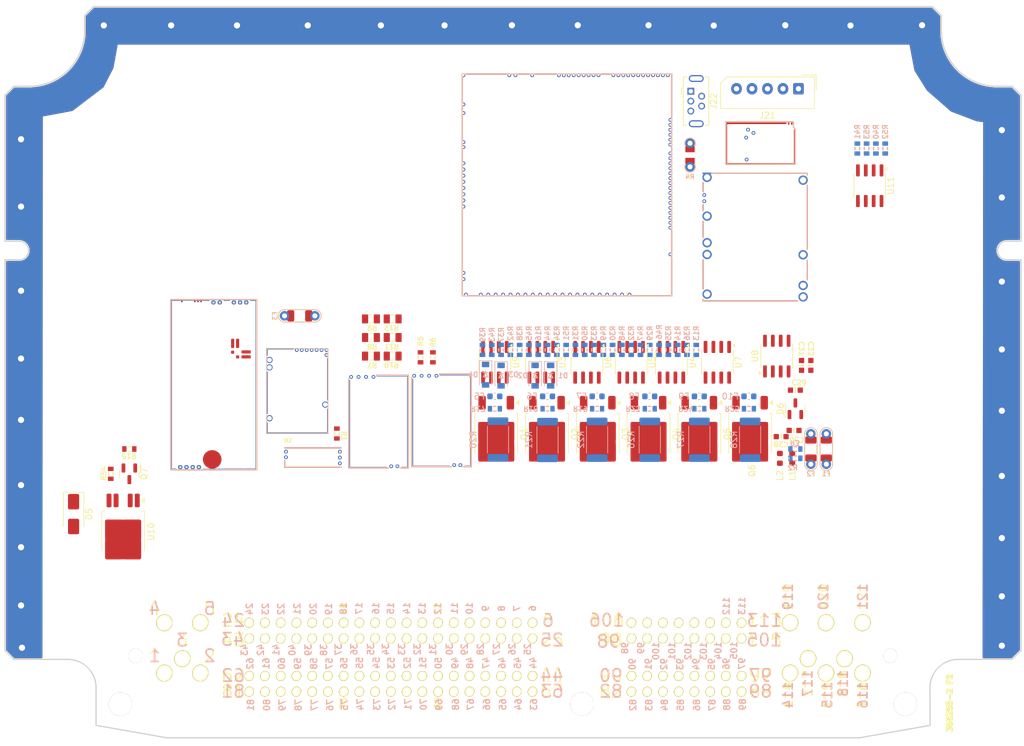
<source format=kicad_pcb>
(kicad_pcb (version 20240108) (generator "pcbnew") (generator_version "8.0")
  (title_block (title "Hellen121vag") (date "2022-10-14") (rev "d") (company "andreika @ rusEFI.com"))
  (layers (0 "F.Cu" signal) (1 "In1.Cu" signal "GND.Cu") (2 "In2.Cu" signal "Power.Cu") (31 "B.Cu" signal) (34 "B.Paste" user) (35 "F.Paste" user) (36 "B.SilkS" user "B.Silkscreen") (37 "F.SilkS" user "F.Silkscreen") (38 "B.Mask" user) (39 "F.Mask" user) (44 "Edge.Cuts" user))
  (net 0 "")
  (net 1 "+5V")
  (net 2 "/VBUS")
  (net 3 "/IN_VIGN")
  (net 4 "/IGN1")
  (net 5 "/IGN6")
  (net 6 "/IGN3")
  (net 7 "/IGN2")
  (net 8 "/VIGN")
  (net 9 "/VBAT")
  (net 10 "/IGN4")
  (net 11 "/IGN5")
  (net 12 "/INJ6")
  (net 13 "/INJ5")
  (net 14 "/INJ4")
  (net 15 "/INJ3")
  (net 16 "/INJ2")
  (net 17 "/INJ1")
  (net 18 "PIN114")
  (net 19 "+3.3VA")
  (net 20 "PIN14")
  (net 21 "PIN117")
  (net 22 "PIN15")
  (net 23 "PIN16")
  (net 24 "PIN88")
  (net 25 "PIN43")
  (net 26 "PIN108")
  (net 27 "PIN120")
  (net 28 "Net-(F3-Pad2)")
  (net 29 "Net-(F5-Pad1)")
  (net 30 "Net-(F6-Pad1)")
  (net 31 "Net-(F7-Pad1)")
  (net 32 "Net-(F8-Pad1)")
  (net 33 "+5VA")
  (net 34 "Net-(F9-Pad1)")
  (net 35 "/USB+")
  (net 36 "/USB-")
  (net 37 "PIN21")
  (net 38 "PIN22")
  (net 39 "/PWR_EN")
  (net 40 "PIN106")
  (net 42 "PIN116")
  (net 43 "Net-(M1-PG_5VP)")
  (net 44 "/VREF1")
  (net 45 "/IN_KNOCK")
  (net 46 "PIN81")
  (net 47 "/VR_DISCRETE")
  (net 48 "PIN18")
  (net 49 "PIN17")
  (net 50 "/VR_DISCRETE_A")
  (net 51 "/VR_DISCRETE_THR")
  (net 52 "/DC1_DIR")
  (net 53 "+3.3V")
  (net 54 "PIN2")
  (net 55 "PIN1")
  (net 56 "DC1_DIS_W1")
  (net 57 "/DC1_PWM")
  (net 58 "PIN105")
  (net 59 "PIN82")
  (net 60 "PIN103")
  (net 61 "PIN104")
  (net 62 "PIN119")
  (net 63 "PIN102")
  (net 64 "PIN83")
  (net 65 "/PG_5VP")
  (net 66 "/LS2")
  (net 67 "PIN35")
  (net 68 "PIN84")
  (net 69 "PIN41")
  (net 70 "/EGT/SPI_CS")
  (net 71 "/INTERNAL_MAP")
  (net 72 "PIN40")
  (net 73 "/SCK3")
  (net 74 "/LS_HOT2")
  (net 75 "PIN39")
  (net 76 "E7INJ8CANTX")
  (net 77 "PIN91")
  (net 78 "PIN89")
  (net 79 "PIN63")
  (net 80 "PIN85")
  (net 81 "/DC2_PWM")
  (net 82 "PIN6")
  (net 83 "/IN_AUX3")
  (net 84 "/DC2_DIR")
  (net 85 "/IN_VMAIN")
  (net 86 "PIN34")
  (net 87 "PIN7")
  (net 88 "/LS4")
  (net 89 "PIN42")
  (net 90 "PIN36")
  (net 91 "PIN65")
  (net 92 "E6INJ7CANRX")
  (net 93 "/LS1")
  (net 94 "PIN37")
  (net 95 "PIN113")
  (net 96 "/ADC3")
  (net 97 "/VR_MAX9924")
  (net 98 "/DC2_DIS")
  (net 99 "/LS_HOT1")
  (net 100 "/MISO3")
  (net 101 "/LS3")
  (net 102 "PIN38")
  (net 103 "PIN90")
  (net 104 "PIN13")
  (net 105 "Net-(Q2-G)")
  (net 106 "PIN12")
  (net 107 "Net-(Q3-G)")
  (net 108 "PIN10")
  (net 109 "Net-(Q4-G)")
  (net 110 "PIN9")
  (net 111 "Net-(Q5-G)")
  (net 112 "PIN11")
  (net 113 "Net-(Q6-G)")
  (net 114 "PIN8")
  (net 115 "PIN20")
  (net 116 "Net-(U3-IN1)")
  (net 117 "Net-(U3-IN2)")
  (net 118 "Net-(U4-IN1)")
  (net 119 "Net-(U4-IN2)")
  (net 120 "Net-(U7-IN1)")
  (net 121 "Net-(U7-IN2)")
  (net 122 "Net-(U5-IN1)")
  (net 123 "Net-(U5-IN2)")
  (net 124 "Net-(U6-IN1)")
  (net 125 "Net-(U6-IN2)")
  (net 126 "PIN86")
  (net 127 "PIN87")
  (net 130 "PIN51")
  (net 131 "PIN50")
  (net 134 "PIN47")
  (net 135 "PIN46")
  (net 139 "PIN48")
  (net 140 "PIN49")
  (net 143 "PIN45")
  (net 144 "PIN44")
  (net 148 "PIN19")
  (net 149 "PIN118")
  (net 150 "PIN4")
  (net 151 "PIN5")
  (net 152 "PIN121")
  (net 153 "PIN69")
  (net 154 "PIN30")
  (net 155 "PIN29")
  (net 156 "PIN110")
  (net 157 "PIN93")
  (net 158 "PIN27")
  (net 159 "PIN112")
  (net 160 "PIN100")
  (net 161 "PIN92")
  (net 162 "PIN111")
  (net 163 "PIN70")
  (net 164 "PIN96")
  (net 165 "PIN25")
  (net 166 "PIN109")
  (net 167 "PIN26")
  (net 168 "PIN67")
  (net 169 "PIN28")
  (net 170 "PIN33")
  (net 171 "PIN94")
  (net 172 "PIN32")
  (net 173 "PIN95")
  (net 174 "PIN97")
  (net 175 "PIN101")
  (net 176 "PIN31")
  (footprint "footprints:368255-2" (layer "F.Cu") (at 60.198 32.893)
    (property "Reference" "P1")
    (property "Value" "368255-2")
  )
  (footprint "hellen-one-common:R0805" (layer "F.Cu") (at 104.775005 45.774995 180)
    (property "Reference" "R8")
    (property "Value" "DNP" (hide yes))
  )
  (footprint "hellen-one-common:R0805" (layer "F.Cu") (at 104.775005 42.774995 180)
    (property "Reference" "R9")
    (property "Value" "DNP" (hide yes))
  )
  (footprint "Inductor_SMD:L_0603_1608Metric" (layer "F.Cu") (at 172.775005 65.274995 90)
    (property "Reference" "L1")
    (property "Value" "470R@100MHz")
  )
  (footprint "hellen-one-power_12and5V-0.3:power_12and5V" (layer "F.Cu") (at 175.275003 19.174992 180)
    (property "Reference" "M1" (hide yes))
    (property "Value" "Module-power_12and5V-0.3" (hide yes))
  )
  (footprint "hellen-one-mega-mcu100-0.3:mega-mcu100" (layer "F.Cu") (at 119.4 39.15)
    (property "Reference" "M6" (hide yes))
    (property "Value" "Module:mega-mcu100/0.3" (hide yes))
  )
  (footprint "Package_SO:SOIC-8_3.9x4.9mm_P1.27mm" (layer "F.Cu") (at 170.275005 48.774995 90)
    (property "Reference" "U8")
    (property "Value" "MAX31855KASA")
  )
  (footprint "hellen-one-common:R0805" (layer "F.Cu") (at 108.275005 42.774995 180)
    (property "Reference" "R12")
    (property "Value" "10k" (hide yes))
  )
  (footprint "Inductor_SMD:L_0603_1608Metric" (layer "F.Cu") (at 170.775005 65.274995 90)
    (property "Reference" "L2")
    (property "Value" "470R@100MHz")
  )
  (footprint "Package_SO:SOIC-8_3.9x4.9mm_P1.27mm" (layer "F.Cu") (at 160.680005 49.774995 -90)
    (property "Reference" "U7")
    (property "Value" "VNLD5160TR-E")
  )
  (footprint "Package_SO:SOIC-8_3.9x4.9mm_P1.27mm" (layer "F.Cu") (at 185.275005 21.274995 -90)
    (property "Reference" "U11")
    (property "Value" "VNLD5160TR-E")
  )
  (footprint "hellen-one-common:R0603" (layer "F.Cu") (at 114.775005 48.974995 90)
    (property "Reference" "R6")
    (property "Value" "0" (hide yes))
  )
  (footprint "Package_TO_SOT_SMD:TO-252-2" (layer "F.Cu") (at 157.775005 61.339995 -90)
    (property "Reference" "Q5")
    (property "Value" "ISL9V3040D3ST")
  )
  (footprint "hellen-one-common:PAD-1206-PAD" (layer "F.Cu") (at 93.275005 42.274995)
    (property "Reference" "F3")
    (property "Value" "12H1500D" (hide yes))
  )
  (footprint "hellen-one-common:R0603" (layer "F.Cu") (at 62.775005 67.774995 90)
    (property "Reference" "R54")
    (property "Value" "1k" (hide yes))
  )
  (footprint "hellen-one-common:C0603" (layer "F.Cu") (at 175.775005 50.274995 -90)
    (property "Reference" "C32")
    (property "Value" "1u" (hide yes))
  )
  (footprint "hellen-one-common:R0805" (layer "F.Cu") (at 104.775005 48.774995 180)
    (property "Reference" "R7")
    (property "Value" "DNP" (hide yes))
  )
  (footprint "Package_TO_SOT_SMD:TO-252-2" (layer "F.Cu") (at 133.190005 61.339995 -90)
    (property "Reference" "Q2")
    (property "Value" "ISL9V3040D3ST")
  )
  (footprint "Package_TO_SOT_SMD:TO-252-2" (layer "F.Cu") (at 141.385005 61.339995 -90)
    (property "Reference" "Q3")
    (property "Value" "ISL9V3040D3ST")
  )
  (footprint "Package_SO:SOIC-8_3.9x4.9mm_P1.27mm" (layer "F.Cu") (at 132.275005 49.774995 -90)
    (property "Reference" "U3")
    (property "Value" "VNLD5160TR-E")
  )
  (footprint "Package_SO:SOIC-8_3.9x4.9mm_P1.27mm" (layer "F.Cu") (at 124.775005 49.774995 -90)
    (property "Reference" "U9")
    (property "Value" "VNLD5160TR-E")
  )
  (footprint "Package_TO_SOT_SMD:TO-252-2" (layer "F.Cu") (at 165.970005 61.339995 -90)
    (property "Reference" "Q6")
    (property "Value" "ISL9V3040D3ST")
  )
  (footprint "hellen-one-wbo-0.5:wbo" (layer "F.Cu") (at 72.350005 39.549995 -90)
    (property "Reference" "M5" (hide yes))
    (property "Value" "Module-wbo-0.5" (hide yes))
  )
  (footprint "hellen-one-common:USB-MINI-B-VERTICAL" (layer "F.Cu") (at 157.275005 7.624995 -90)
    (property "Reference" "J22")
    (property "Value" "USB_B_Mini")
  )
  (footprint "hellen-one-common:PAD-1206-PAD" (layer "F.Cu") (at 178.275005 63.774995 90)
    (property "Reference" "F1")
    (property "Value" "12H1500D" (hide yes))
  )
  (footprint "Package_TO_SOT_SMD:TO-252-4" (layer "F.Cu") (at 64.775005 77.114995 -90)
    (property "Reference" "U10")
    (property "Value" "BTS6143D")
  )
  (footprint "Package_SO:SOIC-8_3.9x4.9mm_P1.27mm" (layer "F.Cu") (at 153.275005 49.774995 -90)
    (property "Reference" "U4")
    (property "Value" "VNLD5160TR-E")
  )
  (footprint "hellen-one-vr-discrete-0.5:vr-discrete" (layer "F.Cu") (at 121.050005 66.749995 90)
    (property "Reference" "M3" (hide yes))
    (property "Value" "Module-vr-discrete-0.5" (hide yes))
  )
  (footprint "hellen-one-common:PAD-1206-PAD" (layer "F.Cu") (at 175.775005 63.774995 90)
    (property "Reference" "F2")
    (property "Value" "12H1500D" (hide yes))
  )
  (footprint "footprints:368255-2" (layer "F.Cu") (at 60.15 33.01)
    (property "Reference" "P2")
    (property "Value" "368255-2")
  )
  (footprint "Package_TO_SOT_SMD:TO-252-2" (layer "F.Cu") (at 124.995005 61.339995 -90)
    (property "Reference" "Q1")
    (property "Value" "ISL9V3040D3ST")
  )
  (footprint "hellen-one-can-0.1:can" (layer "F.Cu") (at 173.337503 10.856658 180)
    (property "Reference" "M7" (hide yes))
    (property "Value" "Module-can-0.1" (hide yes))
  )
  (footprint "Diode_SMD:D_SMA" (layer "F.Cu") (at 56.775005 74.274995 -90)
    (property "Reference" "D5")
    (property "Value" "SS34")
  )
  (footprint "hellen-one-common:R0603" (layer "F.Cu") (at 65.775005 63.774995 180)
    (property "Reference" "R15")
    (property "Value" "4.7k" (hide yes))
  )
  (footprint "hellen-one-common:R0805" (layer "F.Cu") (at 108.275005 45.774995 180)
    (property "Reference" "R11")
    (property "Value" "10k" (hide yes))
  )
  (footprint "hellen-one-common:R0603" (layer "F.Cu") (at 112.775005 48.974995 90)
    (property "Reference" "R5")
    (property "Value" "0" (hide yes))
  )
  (footprint "Package_TO_SOT_SMD:TO-252-2" (layer "F.Cu") (at 149.580005 61.339995 -90)
    (property "Reference" "Q4")
    (property "Value" "ISL9V3040D3ST")
  )
  (footprint "hellen-one-common:R0805" (layer "F.Cu") (at 108.275005 48.774995 180)
    (property "Reference" "R10")
    (property "Value" "10k" (hide yes))
  )
  (footprint "hellen-one-common:R0603" (layer "F.Cu") (at 99.275005 61.274995 -90)
    (property "Reference" "R1")
    (property "Value" "4.7k" (hide yes))
  )
  (footprint "hellen-one-common:PAD-0805-PAD" (layer "F.Cu") (at 156.275005 16.324994 90)
    (property "Reference" "R4")
    (property "Value" "Jumper-Pad-Pad" (hide yes))
  )
  (footprint "Package_TO_SOT_SMD:SOT-23" (layer "F.Cu") (at 173.275005 57.274995 90)
    (property "Reference" "D6")
    (property "Value" "NUP2105L")
  )
  (footprint "hellen-one-common:C0603" (layer "F.Cu") (at 173.275005 54.274995)
    (property "Reference" "C29")
    (property "Value" "100n" (hide yes))
  )
  (footprint "hellen-one-vr-max9924-0.1:vr-max9924" (layer "F.Cu") (at 110.875005 66.937495 90)
    (property "Reference" "M4" (hide yes))
    (property "Value" "Module-vr-max9924-0.1" (hide yes))
  )
  (footprint "Package_SO:SOIC-8_3.9x4.9mm_P1.27mm" (layer "F.Cu") (at 139.640005 49.774995 -90)
    (property "Reference" "U6")
    (property "Value" "VNLD5160TR-E")
  )
  (footprint "Package_TO_SOT_SMD:SOT-23" (layer "F.Cu") (at 65.775005 67.774995 -90)
    (property "Reference" "Q7")
    (property "Value" "AO3400A")
  )
  (footprint "Connector_Molex:Molex_SPOX_5267-05A_1x05_P2.50mm_Vertical" (layer "F.Cu") (at 173.775005 5.624995 180)
    (property "Reference" "J21")
    (property "Value" "Conn_01x05_Male")
  )
  (footprint "Package_SO:SOIC-8_3.9x4.9mm_P1.27mm" (layer "F.Cu") (at 146.775005 49.774995 -90)
    (property "Reference" "U5")
    (property "Value" "VNLD5160TR-E")
  )
  (footprint "hellen-one-common:C0603" (layer "F.Cu") (at 170.985004 61.774995 180)
    (property "Reference" "C28")
    (property "Value" "10n" (hide yes))
  )
  (footprint "hellen-one-motor-driver-0.1:motor-driver" (layer "F.Cu") (at 87.900005 47.499995 -90)
    (property "Reference" "M8" (hide yes))
    (property "Value" "Module-motor-driver-0.1" (hide yes))
  )
  (footprint "hellen-one-common:C0603" (layer "F.Cu") (at 173.065006 60.774995)
    (property "Reference" "C30")
    (property "Value" "10n" (hide yes))
  )
  (footprint "hellen-one-common:C0603" (layer "F.Cu") (at 174.275005 50.274995 -90)
    (property "Reference" "C31")
    (property "Value" "100n" (hide yes))
  )
  (footprint "hellen-one-knock-0.2:knock" (layer "F.Cu") (at 90.750005 66.799996)
    (property "Reference" "M2")
    (property "Value" "Module-knock-0.2" (hide yes))
  )
  (footprint "hellen-one-common:R0603" (layer "B.Cu") (at 154.275005 47.774995 -90)
    (property "Reference" "R14")
    (property "Value" "4.7k" (hide yes))
  )
  (footprint "hellen-one-common:R0603" (layer "B.Cu") (at 148.275005 47.774995 -90)
    (property "Reference" "R47")
    (property "Value" "4.7k" (hide yes))
  )
  (footprint "Resistor_SMD:R_2512_6332Metric" (layer "B.Cu") (at 125.275005 62.237495 -90)
    (property "Reference" "R20")
    (property "Value" "0")
  )
  (footprint "hellen-one-common:R0603" (layer "B.Cu") (at 130.275005 47.774995 -90)
    (property "Reference" "R45")
    (property "Value" "4.7k" (hide yes))
  )
  (footprint "Resistor_SMD:R_2512_6332Metric" (layer "B.Cu") (at 133.275005 62.312495 -90)
    (property "Reference" "R21")
    (property "Value" "0")
  )
  (footprint "Fuse:Fuse_0603_1608Metric" (layer "B.Cu") (at 157.775005 55.274995)
    (property "Reference" "F9")
    (property "Value" "50mA")
  )
  (footprint "hellen-one-common:R0603" (layer "B.Cu") (at 128.775005 47.774995 -90)
    (property "Reference" "R38")
    (property "Value" "4.7k" (hide yes))
  )
  (footprint "hellen-one-common:SOD-123" (layer "B.Cu") (at 131.275005 51.924995 -90)
    (property "Reference" "D2")
    (property "Value" "B5819W" (hide yes))
  )
  (footprint "hellen-one-common:R0603" (layer "B.Cu") (at 183.275005 15.274995 -90)
    (property "Reference" "R41")
    (property "Value" "4.7k" (hide yes))
  )
  (footprint "hellen-one-common:R0603" (layer "B.Cu") (at 134.775005 47.774995 -90)
    (property "Reference" "R34")
    (property "Value" "4.7k" (hide yes))
  )
  (footprint "hellen-one-common:R0603" (layer "B.Cu") (at 184.775005 15.274995 -90)
    (property "Reference" "R53")
    (property "Value" "4.7k" (hide yes))
  )
  (footprint "hellen-one-common:R0603" (layer "B.Cu") (at 125.775005 47.774995 -90)
    (property "Reference" "R37")
    (property "Value" "4.7k" (hide yes))
  )
  (footprint "hellen-one-common:SOD-123" (layer "B.Cu") (at 123.275005 51.774995 -90)
    (property "Reference" "D4")
    (property "Value" "B5819W" (hide yes))
  )
  (footprint "hellen-one-common:R0603" (layer "B.Cu") (at 146.775005 47.774995 -90)
    (property "Reference" "R32")
    (property "Value" "4.7k" (hide yes))
  )
  (footprint "hellen-one-common:R0603" (layer "B.Cu") (at 122.775005 47.774995 -90)
    (property "Reference" "R39")
    (property "Value" "4.7k" (hide yes))
  )
  (footprint "Resistor_SMD:R_2512_6332Metric" (layer "B.Cu") (at 165.970005 62.274995 -90)
    (property "Reference" "R28")
    (property "Value" "0")
  )
  (footprint "Fuse:Fuse_0603_1608Metric" (layer "B.Cu") (at 124.775005 55.274995)
    (property "Reference" "F5")
    (property "Value" "50mA")
  )
  (footprint "Resistor_SMD:R_2512_6332Metric" (layer "B.Cu") (at 149.775005 62.274995 -90)
    (property "Reference" "R26")
    (property "Value" "0")
  )
  (footprint "hellen-one-common:R0603" (layer "B.Cu") (at 157.775005 57.274995 180)
    (property "Reference" "R24")
    (property "Value" "22" (hide yes))
  )
  (footprint "hellen-one-common:R0603" (layer "B.Cu") (at 186.275005 15.274995 -90)
    (property "Reference" "R40")
    (property "Value" "4.7k" (hide yes))
  )
  (footprint "Fuse:Fuse_0603_1608Metric" (layer "B.Cu") (at 149.775005 55.274995)
    (property "Reference" "F8")
    (property "Value" "50mA")
  )
  (footprint "hellen-one-common:R0603" (layer "B.Cu") (at 140.775005 47.774995 -90)
    (property "Reference" "R33")
    (property "Value" "4.7k" (hide yes))
  )
  (footprint "hellen-one-common:R0603" (layer "B.Cu") (at 131.775005 47.774995 -90)
    (property "Reference" "R16")
    (property "Value" "4.7k" (hide yes))
  )
  (footprint "Fuse:Fuse_0603_1608Metric" (layer "B.Cu") (at 133.275005 55.274995)
    (property "Reference" "F6")
    (property "Value" "50mA")
  )
  (footprint "Resistor_SMD:R_2512_6332Metric" (layer "B.Cu") (at 141.275005 62.274995 -90)
    (property "Reference" "R22")
    (property "Value" "0")
  )
  (footprint "Fuse:Fuse_0603_1608Metric" (layer "B.Cu") (at 141.275005 55.274995)
    (property "Reference" "F7")
    (property "Value" "50mA")
  )
  (footprint "hellen-one-common:R0603" (layer "B.Cu") (at 187.775005 15.274995 -90)
    (property "Reference" "R52")
    (property "Value" "4.7k" (hide yes))
  )
  (footprint "hellen-one-common:R0603" (layer "B.Cu") (at 151.275005 47.774995 -90)
    (property "Reference" "R46")
    (property "Value" "4.7k" (hide yes))
  )
  (footprint "hellen-one-common:R0603" (layer "B.Cu") (at 124.775005 57.274995 180)
    (property "Reference" "R17")
    (property "Value" "22" (hide yes))
  )
  (footprint "hellen-one-common:R0603" (layer "B.Cu") (at 127.275005 47.774995 -90)
    (property "Reference" "R42")
    (property "Value" "4.7k" (hide yes))
  )
  (footprint "hellen-one-common:SOD-123" (layer "B.Cu") (at 125.775005 51.924995 -90)
    (property "Reference" "D3")
    (property "Value" "B5819W" (hide yes))
  )
  (footprint "hellen-one-common:R0603" (layer "B.Cu") (at 143.775005 47.774995 -90)
    (property "Reference" "R30")
    (property "Value" "4.7k" (hide yes))
  )
  (footprint "hellen-one-common:R0603" (layer "B.Cu") (at 136.275005 47.774995 -90)
    (property "Reference" "R51")
    (property "Value" "4.7k" (hide yes))
  )
  (footprint "hellen-one-common:R0603" (layer "B.Cu") (at 133.275005 57.274995 180)
    (property "Reference" "R18")
    (property "Value" "22" (hide yes))
  )
  (footprint "hellen-one-common:R0603" (layer "B.Cu") (at 142.275005 47.774995 -90)
    (property "Reference" "R49")
    (property "Value" "4.7k" (hide yes))
  )
  (footprint "hellen-one-common:R0603" (layer "B.Cu") (at 155.775005 47.774995 -90)
    (property "Reference" "R36")
    (property "Value" "4.7k" (hide yes))
  )
  (footprint "hellen-one-common:R0603" (layer "B.Cu") (at 157.275005 47.774995 -90)
    (property "Reference" "R13")
    (property "Value" "4.7k" (hide yes))
  )
  (footprint "hellen-one-common:R0603" (layer "B.Cu") (at 152.775005 47.774995 -90)
    (property "Reference" "R35")
    (property "Value" "4.7k" (hide yes))
  )
  (footprint "hellen-one-common:R0603" (layer "B.Cu") (at 165.775005 57.274995 180)
    (property "Reference" "R25")
    (property "Value" "22" (hide yes))
  )
  (footprint "hellen-one-common:R0603" (layer "B.Cu") (at 173.275005 65.274995 180)
    (property "Reference" "R2")
    (property "Value" "33k" (hide yes))
  )
  (footprint "Fuse:Fuse_0603_1608Metric" (layer "B.Cu") (at 165.775005 55.274995)
    (property "Reference" "F10")
    (property "Value" "50mA")
  )
  (footprint "hellen-one-common:R0603" (layer "B.Cu") (at 145.275005 47.774995 -90)
    (property "Reference" "R48")
    (property "Value" "4.7k" (hide yes))
  )
  (footprint "hellen-one-common:R0603" (layer "B.Cu") (at 137.775005 47.774995 -90)
    (property "Reference" "R31")
    (property "Value" "4.7k" (hide yes))
  )
  (footprint "hellen-one-common:SOD-123" (layer "B.Cu") (at 133.775005 51.924995 -90)
    (property "Reference" "D1")
    (property "Value" "B5819W" (hide yes))
  )
  (footprint "hellen-one-common:R0603" (layer "B.Cu") (at 173.275005 63.774995)
    (property "Reference" "R3")
    (property "Value" "6.8k" (hide yes))
  )
  (footprint "hellen-one-common:R0603" (layer "B.Cu") (at 149.775005 57.274995 180)
    (property "Reference" "R23")
    (property "Value" "22" (hide yes))
  )
  (footprint "hellen-one-common:R0603" (layer "B.Cu") (at 141.275005 57.274995 180)
    (property "Reference" "R19")
    (property "Value" "22" (hide yes))
  )
  (footprint "hellen-one-common:R0603" (layer "B.Cu") (at 139.275005 47.774995 -90)
    (property "Reference" "R50")
    (property "Value" "4.7k" (hide yes))
  )
  (footprint "hellen-one-common:R0603" (layer "B.Cu") (at 133.275005 47.774995 -90)
    (property "Reference" "R44")
    (property "Value" "4.7k" (hide yes))
  )
  (footprint "Resistor_SMD:R_2512_6332Metric" (layer "B.Cu") (at 157.775005 62.274995 -90)
    (property "Reference" "R27")
    (property "Value" "0")
  )
  (footprint "hellen-one-common:R0603" (layer "B.Cu") (at 149.775005 47.774995 -90)
    (property "Reference" "R29")
    (property "Value" "4.7k" (hide yes))
  )
  (footprint "hellen-one-common:R0603" (layer "B.Cu") (at 124.275005 47.774995 -90)
    (property "Reference" "R43")
    (property "Value" "4.7k" (hide yes))
  )
  (gr_line (start 183.66 110.375) (end 195.0152 108.375) (stroke (width 0.2)) (layer "Edge.Cuts"))
  (gr_line (start 58.56 -3.765) (end 58.56 -6.210787) (stroke (width 0.2)) (layer "Edge.Cuts"))
  (gr_arc (start 48 30.225) (mid 49.500167 31.725) (end 48 33.225) (stroke (width 0.2)) (layer "Edge.Cuts"))
  (gr_arc (start 205.84 5.234999) (mid 199.476039 2.59896) (end 196.84 -3.765001) (stroke (width 0.2)) (layer "Edge.Cuts"))
  (gr_line (start 60.4 108.375) (end 60.4 102.166999) (stroke (width 0.2)) (layer "Edge.Cuts"))
  (gr_arc (start 55.9 97.724998) (mid 59.048191 99.03608) (end 60.4 102.166999) (stroke (width 0.2)) (layer "Edge.Cuts"))
  (gr_line (start 207.4 30.224999) (end 209.7 30.224999) (stroke (width 0.2)) (layer "Edge.Cuts"))
  (gr_arc (start 195 102.286999) (mid 196.347196 99.054368) (end 199.5872 97.725) (stroke (width 0.2)) (layer "Edge.Cuts"))
  (gr_line (start 45.7 96.310786) (end 45.7 33.225) (stroke (width 0.2)) (layer "Edge.Cuts"))
  (gr_line (start 49.56 5.235) (end 47.114214 5.235) (stroke (width 0.2)) (layer "Edge.Cuts"))
  (gr_line (start 195.425787 -7.625001) (end 59.974214 -7.625) (stroke (width 0.2)) (layer "Edge.Cuts"))
  (gr_line (start 208.285787 97.725) (end 199.5872 97.725) (stroke (width 0.2)) (layer "Edge.Cuts"))
  (gr_line (start 48 33.225) (end 45.7 33.225) (stroke (width 0.2)) (layer "Edge.Cuts"))
  (gr_line (start 195.0152 108.375) (end 195 102.286999) (stroke (width 0.2)) (layer "Edge.Cuts"))
  (gr_line (start 183.66 110.375) (end 71.74 110.375) (stroke (width 0.2)) (layer "Edge.Cuts"))
  (gr_line (start 209.7 96.310786) (end 209.7 33.224999) (stroke (width 0.2)) (layer "Edge.Cuts"))
  (gr_line (start 58.56 -6.210787) (end 59.974214 -7.625) (stroke (width 0.2)) (layer "Edge.Cuts"))
  (gr_line (start 209.7 30.224999) (end 209.7 6.649213) (stroke (width 0.2)) (layer "Edge.Cuts"))
  (gr_line (start 196.84 -6.210787) (end 195.425787 -7.625) (stroke (width 0.2)) (layer "Edge.Cuts"))
  (gr_line (start 48 30.225) (end 45.7 30.225) (stroke (width 0.2)) (layer "Edge.Cuts"))
  (gr_line (start 71.74 110.375) (end 60.4 108.375) (stroke (width 0.2)) (layer "Edge.Cuts"))
  (gr_line (start 209.700001 6.649213) (end 208.285787 5.234999) (stroke (width 0.2)) (layer "Edge.Cuts"))
  (gr_line (start 205.84 5.234999) (end 208.285787 5.234999) (stroke (width 0.2)) (layer "Edge.Cuts"))
  (gr_line (start 207.4 33.224999) (end 209.7 33.224999) (stroke (width 0.2)) (layer "Edge.Cuts"))
  (gr_line (start 209.7 96.310786) (end 208.285787 97.724999) (stroke (width 0.2)) (layer "Edge.Cuts"))
  (gr_arc (start 58.56 -3.765) (mid 55.923961 2.598961) (end 49.56 5.235) (stroke (width 0.2)) (layer "Edge.Cuts"))
  (gr_line (start 45.7 6.649213) (end 47.114214 5.235) (stroke (width 0.2)) (layer "Edge.Cuts"))
  (gr_line (start 196.84 -3.765001) (end 196.84 -6.210787) (stroke (width 0.2)) (layer "Edge.Cuts"))
  (gr_arc (start 207.4 33.224999) (mid 205.9 31.724999) (end 207.4 30.224999) (stroke (width 0.2)) (layer "Edge.Cuts"))
  (gr_line (start 45.7 30.224999) (end 45.7 6.649213) (stroke (width 0.2)) (layer "Edge.Cuts"))
  (gr_line (start 45.7 96.310786) (end 47.114214 97.724999) (stroke (width 0.2)) (layer "Edge.Cuts"))
  (gr_line (start 47.114214 97.725) (end 55.9 97.725) (stroke (width 0.2)) (layer "Edge.Cuts"))
  (gr_text "119" (at 172.085 87.63 90) (layer "B.SilkS") (effects (font (size 1.5 1.5) (thickness 0.25)) (justify mirror)))
  (gr_text "121" (at 184.15 87.63 90) (layer "B.SilkS") (effects (font (size 1.5 1.5) (thickness 0.25)) (justify mirror)))
  (gr_text "116" (at 184.15 103.505 90) (layer "B.SilkS") (effects (font (size 1.5 1.5) (thickness 0.25)) (justify mirror)))
  (gr_text "115" (at 178.435 103.505 90) (layer "B.SilkS") (effects (font (size 1.5 1.5) (thickness 0.25)) (justify mirror)))
  (gr_text "118" (at 180.975 101.6 90) (layer "B.SilkS") (effects (font (size 1.5 1.5) (thickness 0.25)) (justify mirror)))
  (gr_text "120" (at 177.8 87.63 90) (layer "B.SilkS") (effects (font (size 1.5 1.5) (thickness 0.25)) (justify mirror)))
  (gr_text "117" (at 175.26 101.6 90) (layer "B.SilkS") (effects (font (size 1.5 1.5) (thickness 0.25)) (justify mirror)))
  (gr_text "114" (at 172.085 103.505 90) (layer "B.SilkS") (effects (font (size 1.5 1.5) (thickness 0.25)) (justify mirror)))
  (gr_text "89" (at 167.64 102.87 0) (layer "B.SilkS") (effects (font (size 2 2) (thickness 0.25)) (justify mirror)))
  (gr_text "97" (at 167.64 100.33 0) (layer "B.SilkS") (effects (font (size 2 2) (thickness 0.25)) (justify mirror)))
  (gr_text "105" (at 168.25 94.6 0) (layer "B.SilkS") (effects (font (size 2 2) (thickness 0.25)) (justify mirror)))
  (gr_text "113" (at 168.275 91.44 0) (layer "B.SilkS") (effects (font (size 2 2) (thickness 0.25)) (justify mirror)))
  (gr_text "82" (at 143.51 102.87 0) (layer "B.SilkS") (effects (font (size 2 2) (thickness 0.25)) (justify mirror)))
  (gr_text "90" (at 143.51 100.33 0) (layer "B.SilkS") (effects (font (size 2 2) (thickness 0.25)) (justify mirror)))
  (gr_text "98" (at 143.11 94.815 0) (layer "B.SilkS") (effects (font (size 2 2) (thickness 0.25)) (justify mirror)))
  (gr_text "106" (at 142.8242 91.3892 0) (layer "B.SilkS") (effects (font (size 2 2) (thickness 0.25)) (justify mirror)))
  (gr_text "63" (at 133.985 102.87 0) (layer "B.SilkS") (effects (font (size 2 2) (thickness 0.25)) (justify mirror)))
  (gr_text "44" (at 133.985 100.33 0) (layer "B.SilkS") (effects (font (size 2 2) (thickness 0.25)) (justify mirror)))
  (gr_text "25" (at 133.985 94.615 0) (layer "B.SilkS") (effects (font (size 2 2) (thickness 0.25)) (justify mirror)))
  (gr_text "6" (at 133.35 91.44 0) (layer "B.SilkS") (effects (font (size 2 2) (thickness 0.25)) (justify mirror)))
  (gr_text "5" (at 78.74 89.535 0) (layer "B.SilkS") (effects (font (size 2 2) (thickness 0.25)) (justify mirror)))
  (gr_text "4" (at 69.85 89.535 0) (layer "B.SilkS") (effects (font (size 2 2) (thickness 0.25)) (justify mirror)))
  (gr_text "3" (at 74.295 94.615 0) (layer "B.SilkS") (effects (font (size 2 2) (thickness 0.25)) (justify mirror)))
  (gr_text "2" (at 78.74 97.155 0) (layer "B.SilkS") (effects (font (size 2 2) (thickness 0.25)) (justify mirror)))
  (gr_text "1" (at 69.85 97.155 0) (layer "B.SilkS") (effects (font (size 2 2) (thickness 0.25)) (justify mirror)))
  (gr_text "81" (at 82.55 102.87 0) (layer "B.SilkS") (effects (font (size 2 2) (thickness 0.25)) (justify mirror)))
  (gr_text "62" (at 82.55 100.33 0) (layer "B.SilkS") (effects (font (size 2 2) (thickness 0.25)) (justify mirror)))
  (gr_text "43" (at 82.462 94.496 0) (layer "B.SilkS") (effects (font (size 2 2) (thickness 0.25)) (justify mirror)))
  (gr_text "24" (at 82.55 91.44 0) (layer "B.SilkS") (effects (font (size 2 2) (thickness 0.25)) (justify mirror)))
  (gr_text "37" (at 99.53 96.135 90) (layer "B.SilkS") (effects (font (size 1 1) (thickness 0.2)) (justify mirror)))
  (gr_text "19" (at 97.962 89.596 90) (layer "B.SilkS") (effects (font (size 1 1) (thickness 0.2)) (justify mirror)))
  (gr_text "104" (at 160.83 96.335 90) (layer "B.SilkS") (effects (font (size 1 1) (thickness 0.2)) (justify mirror)))
  (gr_text "41" (at 89.462 96.196 90) (layer "B.SilkS") (effects (font (size 1 1) (thickness 0.2)) (justify mirror)))
  (gr_text "88" (at 162.23 105.035 90) (layer "B.SilkS") (effects (font (size 1 1) (thickness 0.2)) (justify mirror)))
  (gr_text "22" (at 90.262 89.596 90) (layer "B.SilkS") (effects (font (size 1 1) (thickness 0.2)) (justify mirror)))
  (gr_text "54" (at 105.662 98.296 90) (layer "B.SilkS") (effects (font (size 1 1) (thickness 0.2)) (justify mirror)))
  (gr_text "90" (at 146.962 98.496 90) (layer "B.SilkS") (effects (font (size 1 1) (thickness 0.2)) (justify mirror)))
  (gr_text "48" (at 120.762 98.296 90) (layer "B.SilkS") (effects (font (size 1 1) (thickness 0.2)) (justify mirror)))
  (gr_text "94" (at 157.262 98.496 90) (layer "B.SilkS") (effects (font (size 1 1) (thickness 0.2)) (justify mirror)))
  (gr_text "10" (at 120.662 89.496 90) (layer "B.SilkS") (effects (font (size 1 1) (thickness 0.2)) (justify mirror)))
  (gr_text "43" (at 84.362 96.196 90) (layer "B.SilkS") (effects (font (size 1 1) (thickness 0.2)) (justify mirror)))
  (gr_text "7" (at 128.362 89.496 90) (layer "B.SilkS") (effects (font (size 1 1) (thickness 0.2)) (justify mirror)))
  (gr_text "59" (at 92.962 98.396 90) (layer "B.SilkS") (effects (font (size 1 1) (thickness 0.2)) (justify mirror)))
  (gr_text "17" (at 102.862 89.496 90) (layer "B.SilkS") (effects (font (size 1 1) (thickness 0.2)) (justify mirror)))
  (gr_text "49" (at 118.362 98.296 90) (layer "B.SilkS") (effects (font (size 1 1) (thickness 0.2)) (justify mirror)))
  (gr_text "15" (at 107.962 89.496 90) (layer "B.SilkS") (effects (font (size 1 1) (thickness 0.2)) (justify mirror)))
  (gr_text "96" (at 162.13 98.435 90) (layer "B.SilkS") (effects (font (size 1 1) (thickness 0.2)) (justify mirror)))
  (gr_text "28" (at 122.462 96.096 90) (layer "B.SilkS") (effects (font (size 1 1) (thickness 0.2)) (justify mirror)))
  (gr_text "38" (at 97.162 96.196 90) (layer "B.SilkS") (effects (font (size 1 1) (thickness 0.2)) (justify mirror)))
  (gr_text "50" (at 115.67 98.335 90) (layer "B.SilkS") (effects (font (size 1 1) (thickness 0.2)) (justify mirror)))
  (gr_text "95" (at 159.762 98.496 90) (layer "B.SilkS") (effects (font (size 1 1) (thickness 0.2)) (justify mirror)))
  (gr_text "102" (at 155.962 96.396 90) (layer "B.SilkS") (effects (font (size 1 1) (thickness 0.2)) (justify mirror)))
  (gr_text "16" (at 105.562 89.496 90) (layer "B.SilkS") (effects (font (size 1 1) (thickness 0.2)) (justify mirror)))
  (gr_text "64" (at 128.562 104.996 90) (layer "B.SilkS") (effects (font (size 1 1) (thickness 0.2)) (justify mirror)))
  (gr_text "86" (at 157.362 105.096 90) (layer "B.SilkS") (effects (font (size 1 1) (thickness 0.2)) (justify mirror)))
  (gr_text "91" (at 149.562 98.496 90) (layer "B.SilkS") (effects (font (size 1 1) (thickness 0.2)) (justify mirror)))
  (gr_text "105" (at 163.362 96.296 90) (layer "B.SilkS") (effects (font (size 1 1) (thickness 0.2)) (justify mirror)))
  (gr_text "113" (at 164.662 89.096 90) (layer "B.SilkS") (effects (font (size 1 1) (thickness 0.2)) (justify mirror)))
  (gr_text "101" (at 153.362 96.396 90) (layer "B.SilkS") (effects (font (size 1 1) (thickness 0.2)) (justify mirror)))
  (gr_text "76" (at 98.162 105.096 90) (layer "B.SilkS") (effects (font (size 1 1) (thickness 0.2)) (justify mirror)))
  (gr_text "80" (at 87.962 105.096 90) (layer "B.SilkS") (effects (font (size 1 1) (thickness 0.2)) (justify mirror)))
  (gr_text "89" (at 164.762 104.996 90) (layer "B.SilkS") (effects (font (size 1 1) (thickness 0.2)) (justify mirror)))
  (gr_text "8" (at 125.862 89.496 90) (layer "B.SilkS") (effects (font (size 1 1) (thickness 0.2)) (justify mirror)))
  (gr_text "26" (at 127.562 96.096 90) (layer "B.SilkS") (effects (font (size 1 1) (thickness 0.2)) (justify mirror)))
  (gr_text "79" (at 90.462 105.096 90) (layer "B.SilkS") (effects (font (size 1 1) (thickness 0.2)) (justify mirror)))
  (gr_text "92" (at 152.062 98.496 90) (layer "B.SilkS") (effects (font (size 1 1) (thickness 0.2)) (justify mirror)))
  (gr_text "55" (at 102.962 98.296 90) (layer "B.SilkS") (effects (font (size 1 1) (thickness 0.2)) (justify mirror)))
  (gr_text "30" (at 117.462 96.096 90) (layer "B.SilkS") (effects (font (size 1 1) (thickness 0.2)) (justify mirror)))
  (gr_text "39" (at 94.662 96.196 90) (layer "B.SilkS") (effects (font (size 1 1) (thickness 0.2)) (justify mirror)))
  (gr_text "57" (at 98.062 98.396 90) (layer "B.SilkS") (effects (font (size 1 1) (thickness 0.2)) (justify mirror)))
  (gr_text "13" (at 113.062 89.496 90) (layer "B.SilkS") (effects (font (size 1 1) (thickness 0.2)) (justify mirror)))
  (gr_text "82" (at 147.062 105.096 90) (layer "B.SilkS") (effects (font (size 1 1) (thickness 0.2)) (justify mirror)))
  (gr_text "20" (at 95.462 89.596 90) (layer "B.SilkS") (effects (font (size 1 1) (thickness 0.2)) (justify mirror)))
  (gr_text "85" (at 154.762 105.096 90) (layer "B.SilkS") (effects (font (size 1 1) (thickness 0.2)) (justify mirror)))
  (gr_text "112" (at 162.13 89.135 90) (layer "B.SilkS") (effects (font (size 1 1) (thickness 0.2)) (justify mirror)))
  (gr_text "11" (at 118.262 89.496 90) (layer "B.SilkS") (effects (font (size 1 1) (thickness 0.2)) (justify mirror)))
  (gr_text "47" (at 123.362 98.296 90) (layer "B.SilkS") (effects (font (size 1 1) (thickness 0.2)) (justify mirror)))
  (gr_text "27" (at 125.062 96.096 90) (layer "B.SilkS") (effects (font (size 1 1) (thickness 0.2)) (justify mirror)))
  (gr_text "69" (at 115.77 105.035 90) (layer "B.SilkS") (effects (font (size 1 1) (thickness 0.2)) (justify mirror)))
  (gr_text "35" (at 104.762 96.096 90) (layer "B.SilkS") (effects (font (size 1 1) (thickness 0.2)) (justify mirror)))
  (gr_text "52" (at 110.662 98.296 90) (layer "B.SilkS") (effects (font (size 1 1) (thickness 0.2)) (justify mirror)))
  (gr_text "60" (at 90.362 98.396 90) (layer "B.SilkS") (effects (font (size 1 1) (thickness 0.2)) (justify mirror)))
  (gr_text "77" (at 95.662 105.096 90) (layer "B.SilkS") (effects (font (size 1 1) (thickness 0.2)) (justify mirror)))
  (gr_text "72" (at 108.162 104.996 90) (layer "B.SilkS") (effects (font (size 1 1) (thickness 0.2)) (justify mirror)))
  (gr_text "40" (at 92.062 96.196 90) (layer "B.SilkS") (effects (font (size 1 1) (thickness 0.2)) (justify mirror)))
  (gr_text "25" (at 130.062 96.096 90) (layer "B.SilkS") (effects (font (size 1 1) (thickness 0.2)) (justify mirror)))
  (gr_text "65" (at 126.062 104.996 90) (layer "B.SilkS") (effects (font (size 1 1) (thickness 0.2)) (justify mirror)))
  (gr_text "12" (at 115.57 89.535 90) (layer "B.SilkS") (effects (font (size 1 1) (thickness 0.2)) (justify mirror)))
  (gr_text "63" (at 131.062 104.996 90) (layer "B.SilkS") (effects (font (size 1 1) (thickness 0.2)) (justify mirror)))
  (gr_text "74" (at 103.062 104.996 90) (layer "B.SilkS") (effects (font (size 1 1) (thickness 0.2)) (justify mirror)))
  (gr_text "56" (at 100.43 98.335 90) (layer "B.SilkS") (effects (font (size 1 1) (thickness 0.2)) (justify mirror)))
  (gr_text "67" (at 120.862 104.996 90) (layer "B.SilkS") (effects (font (size 1 1) (thickness 0.2)) (justify mirror)))
  (gr_text "9" (at 123.262 89.496 90) (layer "B.SilkS") (effects (font (size 1 1) (thickness 0.2)) (justify mirror)))
  (gr_text "78" (at 93.062 105.096 90) (layer "B.SilkS") (effects (font (size 1 1) (thickness 0.2)) (justify mirror)))
  (gr_text "70" (at 113.262 104.996 90) (layer "B.SilkS") (effects (font (size 1 1) (thickness 0.2)) (justify mirror)))
  (gr_text "75" (at 100.53 105.035 90) (layer "B.SilkS") (effects (font (size 1 1) (thickness 0.2)) (justify mirror)))
  (gr_text "58" (at 95.562 98.396 90) (layer "B.SilkS") (effects (font (size 1 1) (thickness 0.2)) (justify mirror)))
  (gr_text "18" (at 100.33 89.535 90) (layer "B.SilkS") (effects (font (size 1 1) (thickness 0.2)) (justify mirror)))
  (gr_text "71" (at 110.762 104.996 90) (layer "B.SilkS") (effects (font (size 1 1) (thickness 0.2)) (justify mirror)))
  (gr_text "97" (at 164.662 98.396 90) (layer "B.SilkS") (effects (font (size 1 1) (thickness 0.2)) (justify mirror)))
  (gr_text "98" (at 145.762 95.896 90) (layer "B.SilkS") (effects (font (size 1 1) (thickness 0.2)) (justify mirror)))
  (gr_text "62" (at 85.262 98.396 90) (layer "B.SilkS") (effects (font (size 1 1) (thickness 0.2)) (justify mirror)))
  (gr_text "34" (at 107.162 96.096 90) (layer "B.SilkS") (effects (font (size 1 1) (thickness 0.2)) (justify mirror)))
  (gr_text "100" (at 150.762 96.396 90) (layer "B.SilkS") (effects (font (size 1 1) (thickness 0.2)) (justify mirror)))
  (gr_text "103" (at 158.462 96.396 90) (layer "B.SilkS") (effects (font (size 1 1) (thickness 0.2)) (justify mirror)))
  (gr_text "83" (at 149.662 105.096 90) (layer "B.SilkS") (effects (font (size 1 1) (thickness 0.2)) (justify mirror)))
  (gr_text "46" (at 125.962 98.296 90) (layer "B.SilkS") (effects (font (size 1 1) (thickness 0.2)) (justify mirror)))
  (gr_text "6" (at 130.862 89.496 90) (layer "B.SilkS") (effects (font (size 1 1) (thickness 0.2)) (justify mirror)))
  (gr_text "68" (at 118.462 104.996 90) (layer "B.SilkS") (effects (font (size 1 1) (thickness 0.2)) (justify mirror)))
  (gr_text "32" (at 112.262 96.096 90) (layer "B.SilkS") (effects (font (size 1 1) (thickness 0.2)) (justify mirror)))
  (gr_text "51" (at 113.162 98.296 90) (layer "B.SilkS") (effects (font (size 1 1) (thickness 0.2)) (justify mirror)))
  (gr_text "66" (at 123.462 104.996 90) (layer "B.SilkS") (effects (font (size 1 1) (thickness 0.2)) (justify mirror)))
  (gr_text "21" (at 92.862 89.596 90) (layer "B.SilkS") (effects (font (size 1 1) (thickness 0.2)) (justify mirror)))
  (gr_text "87" (at 159.862 105.096 90) (layer "B.SilkS") (effects (font (size 1 1) (thickness 0.2)) (justify mirror)))
  (gr_text "31" (at 114.77 96.135 90) (layer "B.SilkS") (effects (font (size 1 1) (thickness 0.2)) (justify mirror)))
  (gr_text "53" (at 108.062 98.296 90) (layer "B.SilkS") (effects (font (size 1 1) (thickness 0.2)) (justify mirror)))
  (gr_text "93" (at 154.662 98.496 90) (layer "B.SilkS") (effects (font (size 1 1) (thickness 0.2)) (justify mirror)))
  (gr_text "42" (at 86.962 96.196 90) (layer "B.SilkS") (effects (font (size 1 1) (thickness 0.2)) (justify mirror)))
  (gr_text "29" (at 119.862 96.096 90) (layer "B.SilkS") (effects (font (size 1 1) (thickness 0.2)) (justify mirror)))
  (gr_text "33" (at 109.762 96.096 90) (layer "B.SilkS") (effects (font (size 1 1) (thickness 0.2)) (justify mirror)))
  (gr_text "45" (at 128.462 98.296 90) (layer "B.SilkS") (effects (font (size 1 1) (thickness 0.2)) (justify mirror)))
  (gr_text "36" (at 102.062 96.096 90) (layer "B.SilkS") (effects (font (size 1 1) (thickness 0.2)) (justify mirror)))
  (gr_text "99" (at 148.362 95.896 90) (layer "B.SilkS") (effects (font (size 1 1) (thickness 0.2)) (justify mirror)))
  (gr_text "24" (at 85.162 89.596 90) (layer "B.SilkS") (effects (font (size 1 1) (thickness 0.2)) (justify mirror)))
  (gr_text "81" (at 85.362 105.096 90) (layer "B.SilkS") (effects (font (size 1 1) (thickness 0.2)) (justify mirror)))
  (gr_text "84" (at 152.162 105.096 90) (layer "B.SilkS") (effects (font (size 1 1) (thickness 0.2)) (justify mirror)))
  (gr_text "61" (at 87.862 98.396 90) (layer "B.SilkS") (effects (font (size 1 1) (thickness 0.2)) (justify mirror)))
  (gr_text "14" (at 110.562 89.496 90) (layer "B.SilkS") (effects (font (size 1 1) (thickness 0.2)) (justify mirror)))
  (gr_text "73" (at 105.762 104.996 90) (layer "B.SilkS") (effects (font (size 1 1) (thickness 0.2)) (justify mirror)))
  (gr_text "23" (at 87.762 89.596 90) (layer "B.SilkS") (effects (font (size 1 1) (thickness 0.2)) (justify mirror)))
  (gr_text "44" (at 130.962 98.296 90) (layer "B.SilkS") (effects (font (size 1 1) (thickness 0.2)) (justify mirror)))
  (gr_text "106" (at 142.875 91.44 0) (layer "F.SilkS") (effects (font (size 2 2) (thickness 0.25))))
  (gr_text "4" (at 69.85 89.535 0) (layer "F.SilkS") (effects (font (size 2 2) (thickness 0.25))))
  (gr_text "5" (at 78.74 89.535 0) (layer "F.SilkS") (effects (font (size 2 2) (thickness 0.25))))
  (gr_text "2" (at 78.74 97.155 0) (layer "F.SilkS") (effects (font (size 2 2) (thickness 0.25))))
  (gr_text "117" (at 175.26 101.6 90) (layer "F.SilkS") (effects (font (size 1.5 1.5) (thickness 0.25))))
  (gr_text "121" (at 184.15 87.63 90) (layer "F.SilkS") (effects (font (size 1.5 1.5) (thickness 0.25))))
  (gr_text "75" (at 100.33 104.775 90) (layer "F.SilkS") (effects (font (size 1 1) (thickness 0.2))))
  (gr_text "69" (at 115.57 104.775 90) (layer "F.SilkS") (effects (font (size 1 1) (thickness 0.2))))
  (gr_text "25" (at 133.985 94.615 0) (layer "F.SilkS") (effects (font (size 2 2) (thickness 0.25))))
  (gr_text "115" (at 178.435 103.505 90) (layer "F.SilkS") (effects (font (size 1.5 1.5) (thickness 0.25))))
  (gr_text "43" (at 82.55 94.615 0) (layer "F.SilkS") (effects (font (size 2 2) (thickness 0.25))))
  (gr_text "18" (at 100.33 89.535 90) (layer "F.SilkS") (effects (font (size 1 1) (thickness 0.2))))
  (gr_text "97" (at 167.64 100.33 0) (layer "F.SilkS") (effects (font (size 2 2) (thickness 0.25))))
  (gr_text "24" (at 82.55 91.44 0) (layer "F.SilkS") (effects (font (size 2 2) (thickness 0.25))))
  (gr_text "98" (at 143.51 94.615 0) (layer "F.SilkS") (effects (font (size 2 2) (thickness 0.25))))
  (gr_text "118" (at 180.975 101.6 90) (layer "F.SilkS") (effects (font (size 1.5 1.5) (thickness 0.25))))
  (gr_text "1" (at 69.85 97.155 0) (layer "F.SilkS") (effects (font (size 2 2) (thickness 0.25))))
  (gr_text "81" (at 82.55 102.87 0) (layer "F.SilkS") (effects (font (size 2 2) (thickness 0.25))))
  (gr_text "119" (at 172.085 87.63 90) (layer "F.SilkS") (effects (font (size 1.5 1.5) (thickness 0.25))))
  (gr_text "44" (at 133.985 100.33 0) (layer "F.SilkS") (effects (font (size 2 2) (thickness 0.25))))
  (gr_text "82" (at 143.51 102.87 0) (layer "F.SilkS") (effects (font (size 2 2) (thickness 0.25))))
  (gr_text "3" (at 74.295 94.615 0) (layer "F.SilkS") (effects (font (size 2 2) (thickness 0.25))))
  (gr_text "89" (at 167.64 102.87 0) (layer "F.SilkS") (effects (font (size 2 2) (thickness 0.25))))
  (gr_text "63" (at 133.985 102.87 0) (layer "F.SilkS") (effects (font (size 2 2) (thickness 0.25))))
  (gr_text "114" (at 172.085 103.505 90) (layer "F.SilkS") (effects (font (size 1.5 1.5) (thickness 0.25))))
  (gr_text "120" (at 177.8 87.63 90) (layer "F.SilkS") (effects (font (size 1.5 1.5) (thickness 0.25))))
  (gr_text "6" (at 133.35 91.44 0) (layer "F.SilkS") (effects (font (size 2 2) (thickness 0.25))))
  (gr_text "90" (at 143.51 100.33 0) (layer "F.SilkS") (effects (font (size 2 2) (thickness 0.25))))
  (gr_text "113" (at 168.275 91.44 0) (layer "F.SilkS") (effects (font (size 2 2) (thickness 0.25))))
  (gr_text "62" (at 82.55 100.33 0) (layer "F.SilkS") (effects (font (size 2 2) (thickness 0.25))))
  (gr_text "105" (at 168.275 94.615 0) (layer "F.SilkS") (effects (font (size 2 2) (thickness 0.25))))
  (gr_text "116" (at 184.15 103.505 90) (layer "F.SilkS") (effects (font (size 1.5 1.5) (thickness 0.25))))
  (gr_text "12" (at 115.57 89.535 90) (layer "F.SilkS") (effects (font (size 1 1) (thickness 0.2))))
  (via (at 48.3 79.625) (size 2) (drill 1) (layers "F.Cu" "B.Cu") (net 18))
  (via (at 48.3 89.025) (size 2) (drill 1) (layers "F.Cu" "B.Cu") (net 18))
  (via (at 48.3 24.65) (size 2) (drill 1) (layers "F.Cu" "B.Cu") (net 18))
  (via (at 48.3 38.225) (size 2) (drill 1) (layers "F.Cu" "B.Cu") (net 18))
  (via (at 48.3 13.775) (size 2) (drill 1) (layers "F.Cu" "B.Cu") (net 18))
  (via (at 160.1 -4.575) (size 2) (drill 1) (layers "F.Cu" "B.Cu") (net 18))
  (via (at 48.45 95.85) (size 2) (drill 1) (layers "F.Cu" "B.Cu") (net 18))
  (via (at 149.575 -4.625) (size 2) (drill 1) (layers "F.Cu" "B.Cu") (net 18))
  (via (at 206.6 78.15) (size 2) (drill 1) (layers "F.Cu" "B.Cu") (net 18))
  (via (at 48.3 69.6) (size 2) (drill 1) (layers "F.Cu" "B.Cu") (net 18))
  (via (at 206.6 68.125) (size 2) (drill 1) (layers "F.Cu" "B.Cu") (net 18))
  (via (at 72.525 -4.6) (size 2) (drill 1) (layers "F.Cu" "B.Cu") (net 18))
  (via (at 116.65 -4.6) (size 2) (drill 1) (layers "F.Cu" "B.Cu") (net 18))
  (via (at 94.575 -4.6) (size 2) (drill 1) (layers "F.Cu" "B.Cu") (net 18))
  (via (at 193.725 -4.625) (size 2) (drill 1) (layers "F.Cu" "B.Cu") (net 18))
  (via (at 206.6 23.175) (size 2) (drill 1) (layers "F.Cu" "B.Cu") (net 18))
  (via (at 171.65 -4.625) (size 2) (drill 1) (layers "F.Cu" "B.Cu") (net 18))
  (via (at 206.6 57.6) (size 2) (drill 1) (layers "F.Cu" "B.Cu") (net 18))
  (via (at 206.6 95.525) (size 2) (drill 1) (layers "F.Cu" "B.Cu") (net 18))
  (via (at 206.6 12.3) (size 2) (drill 1) (layers "F.Cu" "B.Cu") (net 18))
  (via (at 206.6 47.7) (size 2) (drill 1) (layers "F.Cu" "B.Cu") (net 18))
  (via (at 61.65 -4.6) (size 2) (drill 1) (layers "F.Cu" "B.Cu") (net 18))
  (via (at 106.375 -4.6) (size 2) (drill 1) (layers "F.Cu" "B.Cu") (net 18))
  (via (at 48.3 59.075) (size 2) (drill 1) (layers "F.Cu" "B.Cu") (net 18))
  (via (at 206.6 87.55) (size 2) (drill 1) (layers "F.Cu" "B.Cu") (net 18))
  (via (at 127.525 -4.625) (size 2) (drill 1) (layers "F.Cu" "B.Cu") (net 18))
  (via (at 182.175 -4.575) (size 2) (drill 1) (layers "F.Cu" "B.Cu") (net 18))
  (via (at 138.15 -4.625) (size 2) (drill 1) (layers "F.Cu" "B.Cu") (net 18))
  (via (at 48.3 49.175) (size 2) (drill 1) (layers "F.Cu" "B.Cu") (net 18))
  (via (at 83.15 -4.6) (size 2) (drill 1) (layers "F.Cu" "B.Cu") (net 18))
  (via (at 206.6 36.75) (size 2) (drill 1) (layers "F.Cu" "B.Cu") (net 18))
  (zone (net 18) (net_name "PIN114") (layer "F.Cu") (connect_pads yes (clearance 0.2)) (min_thickness 0.254) (fill yes (thermal_gap 0.508) (thermal_bridge_width 0.508))
    (polygon (pts (xy 51.8 10.1) (xy 51.75 98.2) (xy 44.9 98.2) (xy 45.6 -8.7) (xy 210.2 -8) (xy 210 98.2) (xy 203.5 98.2) (xy 203.6 11) (xy 202.6 10.9) (xy 198.4 9.3) (xy 194.5 5.9) (xy 192.5 2.7) (xy 191.7 -1.5) (xy 63.9 -1.5) (xy 63.2 2.3) (xy 61.6 5.4) (xy 56.6 9.2)))
  )
  (zone (net 18) (net_name "PIN114") (layer "B.Cu") (connect_pads yes (clearance 0.2)) (min_thickness 0.254) (fill yes (thermal_gap 0.508) (thermal_bridge_width 0.508))
    (polygon (pts (xy 51.8 10.1) (xy 51.75 98.2) (xy 44.9 98.2) (xy 45.6 -8.7) (xy 210.2 -8) (xy 210 98.2) (xy 203.5 98.2) (xy 203.6 11) (xy 202.6 10.9) (xy 198.4 9.3) (xy 194.5 5.9) (xy 192.5 2.7) (xy 191.7 -1.5) (xy 63.9 -1.5) (xy 63.2 2.3) (xy 61.6 5.4) (xy 56.6 9.2)))
  )
)
</source>
